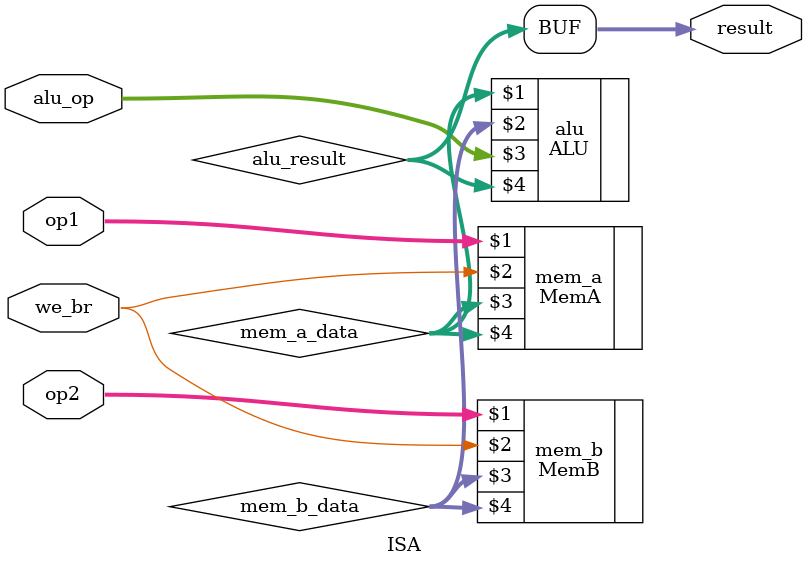
<source format=v>
module ISA(
    input [4:0] op1, 
    input [4:0] op2, 
    input [2:0] alu_op, 
    input we_br, 
    output [31:0] result
);
    wire [31:0] mem_a_data, mem_b_data;
    wire [31:0] alu_result;

    // Instanciar MemA y MemB
    MemA mem_a(op1, we_br, mem_a_data, mem_a_data);
    MemB mem_b(op2, we_br, mem_b_data, mem_b_data);

    // Instanciar la ALU
    ALU alu(mem_a_data, mem_b_data, alu_op, alu_result);

    assign result = alu_result;
endmodule


</source>
